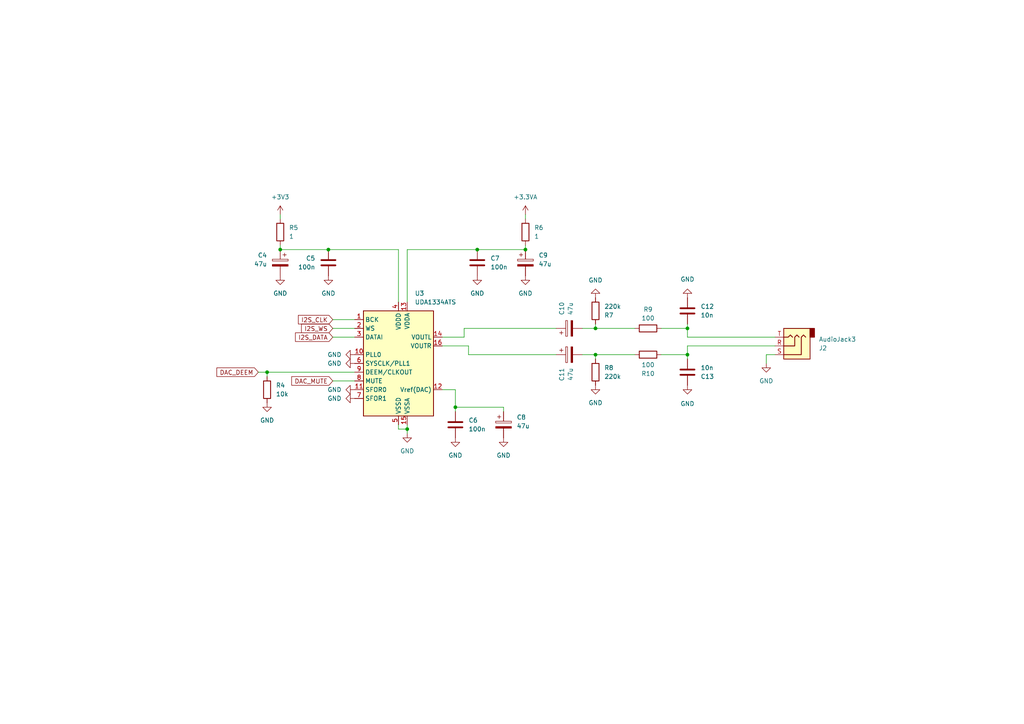
<source format=kicad_sch>
(kicad_sch (version 20230121) (generator eeschema)
  (paper "A4")
  (lib_symbols
    (symbol "Audio:UDA1334ATS"
      (property "Reference" "U" (at -10.16 16.51 0))
      (property "Value" "UDA1334ATS" (at 3.81 16.51 0))
      (symbol "UDA1334ATS_0_1"
        (rectangle (start -10.16 15.24) (end 10.16 -15.24) (stroke (width 0.254)) (fill (type background)))
      )
      (symbol "UDA1334ATS_1_1"
        (pin input line (at -12.7 12.7 0) (length 2.54) (name "BCK") (number "1"))
        (pin input line (at -12.7 2.54 0) (length 2.54) (name "PLL0") (number "10"))
        (pin input line (at -12.7 -7.62 0) (length 2.54) (name "SFOR0") (number "11"))
        (pin passive line (at 12.7 -7.62 180) (length 2.54) (name "Vref(DAC)") (number "12"))
        (pin power_in line (at 2.54 17.78 270) (length 2.54) (name "VDDA") (number "13"))
        (pin output line (at 12.7 7.62 180) (length 2.54) (name "VOUTL") (number "14"))
        (pin power_in line (at 2.54 -17.78 90) (length 2.54) (name "VSSA") (number "15"))
        (pin output line (at 12.7 5.08 180) (length 2.54) (name "VOUTR") (number "16"))
        (pin input line (at -12.7 10.16 0) (length 2.54) (name "WS") (number "2"))
        (pin input line (at -12.7 7.62 0) (length 2.54) (name "DATAI") (number "3"))
        (pin power_in line (at 0 17.78 270) (length 2.54) (name "VDDD") (number "4"))
        (pin power_in line (at 0 -17.78 90) (length 2.54) (name "VSSD") (number "5"))
        (pin input line (at -12.7 0 0) (length 2.54) (name "SYSCLK/PLL1") (number "6"))
        (pin input line (at -12.7 -10.16 0) (length 2.54) (name "SFOR1") (number "7"))
        (pin input line (at -12.7 -5.08 0) (length 2.54) (name "MUTE") (number "8"))
        (pin bidirectional line (at -12.7 -2.54 0) (length 2.54) (name "DEEM/CLKOUT") (number "9"))
      )
    )
    (symbol "Connector_Audio:AudioJack3"
      (property "Reference" "J" (at 0 8.89 0))
      (property "Value" "AudioJack3" (at 0 6.35 0))
      (symbol "AudioJack3_0_1"
        (rectangle (start -5.08 -5.08) (end -6.35 -2.54) (stroke (width 0.254)) (fill (type outline)))
        (polyline (pts (xy 0 -2.54) (xy 0.635 -3.175) (xy 1.27 -2.54) (xy 2.54 -2.54)) (stroke (width 0.254)))
        (polyline (pts (xy -1.905 -2.54) (xy -1.27 -3.175) (xy -0.635 -2.54) (xy -0.635 0) (xy 2.54 0)) (stroke (width 0.254)))
        (polyline (pts (xy 2.54 2.54) (xy -2.54 2.54) (xy -2.54 -2.54) (xy -3.175 -3.175) (xy -3.81 -2.54)) (stroke (width 0.254)))
        (rectangle (start 2.54 3.81) (end -5.08 -5.08) (stroke (width 0.254)) (fill (type background)))
      )
      (symbol "AudioJack3_1_1"
        (pin passive line (at 5.08 0 180) (length 2.54) (name "~") (number "R"))
        (pin passive line (at 5.08 2.54 180) (length 2.54) (name "~") (number "S"))
        (pin passive line (at 5.08 -2.54 180) (length 2.54) (name "~") (number "T"))
      )
    )
    (symbol "Device:C" (pin_numbers hide) (pin_names (offset 0.254))
      (property "Reference" "C" (at 0.635 2.54 0))
      (property "Value" "C" (at 0.635 -2.54 0))
      (symbol "C_0_1"
        (polyline (pts (xy -2.032 -0.762) (xy 2.032 -0.762)) (stroke (width 0.508)))
        (polyline (pts (xy -2.032 0.762) (xy 2.032 0.762)) (stroke (width 0.508)))
      )
      (symbol "C_1_1"
        (pin passive line (at 0 3.81 270) (length 2.794) (name "~") (number "1"))
        (pin passive line (at 0 -3.81 90) (length 2.794) (name "~") (number "2"))
      )
    )
    (symbol "Device:C_Polarized" (pin_numbers hide) (pin_names (offset 0.254))
      (property "Reference" "C" (at 0.635 2.54 0))
      (property "Value" "C_Polarized" (at 0.635 -2.54 0))
      (symbol "C_Polarized_0_1"
        (rectangle (start -2.286 0.508) (end 2.286 1.016))
        (polyline (pts (xy -1.778 2.286) (xy -0.762 2.286)))
        (polyline (pts (xy -1.27 2.794) (xy -1.27 1.778)))
        (rectangle (start 2.286 -0.508) (end -2.286 -1.016) (fill (type outline)))
      )
      (symbol "C_Polarized_1_1"
        (pin passive line (at 0 3.81 270) (length 2.794) (name "~") (number "1"))
        (pin passive line (at 0 -3.81 90) (length 2.794) (name "~") (number "2"))
      )
    )
    (symbol "Device:R" (pin_numbers hide) (pin_names (offset 0))
      (property "Reference" "R" (at 2.032 0 90))
      (property "Value" "R" (at 0 0 90))
      (symbol "R_0_1"
        (rectangle (start -1.016 -2.54) (end 1.016 2.54) (stroke (width 0.254)))
      )
      (symbol "R_1_1"
        (pin passive line (at 0 3.81 270) (length 1.27) (name "~") (number "1"))
        (pin passive line (at 0 -3.81 90) (length 1.27) (name "~") (number "2"))
      )
    )
    (symbol "power:+3.3VA" (power) (pin_names (offset 0))
      (property "Value" "+3.3VA" (at 0 3.556 0))
      (symbol "+3.3VA_0_1"
        (polyline (pts (xy -0.762 1.27) (xy 0 2.54)))
        (polyline (pts (xy 0 0) (xy 0 2.54)))
        (polyline (pts (xy 0 2.54) (xy 0.762 1.27)))
      )
      (symbol "+3.3VA_1_1"
        (pin power_in line (at 0 0 90) (length 0) hide (name "+3.3VA") (number "1"))
      )
    )
    (symbol "power:+3V3" (power) (pin_names (offset 0))
      (property "Value" "+3V3" (at 0 3.556 0))
      (symbol "+3V3_0_1"
        (polyline (pts (xy -0.762 1.27) (xy 0 2.54)))
        (polyline (pts (xy 0 0) (xy 0 2.54)))
        (polyline (pts (xy 0 2.54) (xy 0.762 1.27)))
      )
      (symbol "+3V3_1_1"
        (pin power_in line (at 0 0 90) (length 0) hide (name "+3V3") (number "1"))
      )
    )
    (symbol "power:GND" (power) (pin_names (offset 0))
      (property "Value" "GND" (at 0 -3.81 0))
      (symbol "GND_0_1"
        (polyline (pts (xy 0 0) (xy 0 -1.27) (xy 1.27 -1.27) (xy 0 -2.54) (xy -1.27 -1.27) (xy 0 -1.27)))
      )
      (symbol "GND_1_1"
        (pin power_in line (at 0 0 270) (length 0) hide (name "GND") (number "1"))
      )
    )
  )
  (junction (at 199.39 102.87))
  (junction (at 199.39 95.25))
  (junction (at 95.25 72.39))
  (junction (at 81.28 72.39))
  (junction (at 77.47 107.95))
  (junction (at 118.11 124.46))
  (junction (at 152.4 72.39))
  (junction (at 172.72 95.25))
  (junction (at 138.43 72.39))
  (junction (at 132.08 118.11))
  (junction (at 172.72 102.87))
  (wire (pts (xy 199.39 104.14) (xy 199.39 102.87)))
  (wire (pts (xy 96.52 92.71) (xy 102.87 92.71)))
  (wire (pts (xy 115.57 123.19) (xy 115.57 124.46)))
  (wire (pts (xy 96.52 110.49) (xy 102.87 110.49)))
  (wire (pts (xy 115.57 72.39) (xy 95.25 72.39)))
  (wire (pts (xy 118.11 124.46) (xy 118.11 125.73)))
  (wire (pts (xy 128.27 113.03) (xy 132.08 113.03)))
  (wire (pts (xy 128.27 100.33) (xy 135.89 100.33)))
  (wire (pts (xy 118.11 72.39) (xy 138.43 72.39)))
  (wire (pts (xy 118.11 72.39) (xy 118.11 87.63)))
  (wire (pts (xy 135.89 100.33) (xy 135.89 102.87)))
  (wire (pts (xy 222.25 102.87) (xy 222.25 105.41)))
  (wire (pts (xy 134.62 95.25) (xy 161.29 95.25)))
  (wire (pts (xy 96.52 97.79) (xy 102.87 97.79)))
  (wire (pts (xy 138.43 72.39) (xy 152.4 72.39)))
  (wire (pts (xy 115.57 72.39) (xy 115.57 87.63)))
  (wire (pts (xy 115.57 124.46) (xy 118.11 124.46)))
  (wire (pts (xy 222.25 102.87) (xy 224.79 102.87)))
  (wire (pts (xy 199.39 95.25) (xy 199.39 97.79)))
  (wire (pts (xy 191.77 102.87) (xy 199.39 102.87)))
  (wire (pts (xy 95.25 72.39) (xy 81.28 72.39)))
  (wire (pts (xy 134.62 97.79) (xy 134.62 95.25)))
  (wire (pts (xy 132.08 113.03) (xy 132.08 118.11)))
  (wire (pts (xy 135.89 102.87) (xy 161.29 102.87)))
  (wire (pts (xy 172.72 104.14) (xy 172.72 102.87)))
  (wire (pts (xy 199.39 97.79) (xy 224.79 97.79)))
  (wire (pts (xy 199.39 100.33) (xy 199.39 102.87)))
  (wire (pts (xy 77.47 107.95) (xy 102.87 107.95)))
  (wire (pts (xy 132.08 118.11) (xy 132.08 119.38)))
  (wire (pts (xy 172.72 95.25) (xy 184.15 95.25)))
  (wire (pts (xy 168.91 102.87) (xy 172.72 102.87)))
  (wire (pts (xy 152.4 71.12) (xy 152.4 72.39)))
  (wire (pts (xy 132.08 118.11) (xy 146.05 118.11)))
  (wire (pts (xy 96.52 95.25) (xy 102.87 95.25)))
  (wire (pts (xy 224.79 100.33) (xy 199.39 100.33)))
  (wire (pts (xy 74.93 107.95) (xy 77.47 107.95)))
  (wire (pts (xy 152.4 62.23) (xy 152.4 63.5)))
  (wire (pts (xy 77.47 107.95) (xy 77.47 109.22)))
  (wire (pts (xy 172.72 93.98) (xy 172.72 95.25)))
  (wire (pts (xy 191.77 95.25) (xy 199.39 95.25)))
  (wire (pts (xy 199.39 95.25) (xy 199.39 93.98)))
  (wire (pts (xy 168.91 95.25) (xy 172.72 95.25)))
  (wire (pts (xy 81.28 71.12) (xy 81.28 72.39)))
  (wire (pts (xy 118.11 124.46) (xy 118.11 123.19)))
  (wire (pts (xy 128.27 97.79) (xy 134.62 97.79)))
  (wire (pts (xy 81.28 62.23) (xy 81.28 63.5)))
  (wire (pts (xy 146.05 119.38) (xy 146.05 118.11)))
  (wire (pts (xy 172.72 102.87) (xy 184.15 102.87)))
  (global_label "DAC_DEEM" (shape input) (at 74.93 107.95 180) (property "Intersheetrefs" "${INTERSHEET_REFS}" (effects hide)))
  (global_label "I2S_WS" (shape input) (at 96.52 95.25 180) (property "Intersheetrefs" "${INTERSHEET_REFS}" (effects hide)))
  (global_label "I2S_CLK" (shape input) (at 96.52 92.71 180) (property "Intersheetrefs" "${INTERSHEET_REFS}" (effects hide)))
  (global_label "DAC_MUTE" (shape input) (at 96.52 110.49 180) (property "Intersheetrefs" "${INTERSHEET_REFS}" (effects hide)))
  (global_label "I2S_DATA" (shape input) (at 96.52 97.79 180) (property "Intersheetrefs" "${INTERSHEET_REFS}" (effects hide)))
  (symbol (lib_id "Device:C_Polarized") (at 165.1 102.87 90) (mirror x) (unit 1)
    (property "Reference" "C11" (at 162.941 106.68 0) (effects (justify left)))
    (property "Value" "47u" (at 165.481 106.68 0) (effects (justify left)))
    (property "Footprint" "Capacitor_SMD:CP_Elec_5x5.4" (effects hide))
  )
  (symbol (lib_id "Device:R") (at 77.47 113.03 0) (unit 1)
    (property "Reference" "R4" (at 80.01 111.76 0) (effects (justify left)))
    (property "Value" "10k" (at 80.01 114.3 0) (effects (justify left)))
    (property "Footprint" "Resistor_SMD:R_0805_2012Metric_Pad1.20x1.40mm_HandSolder" (effects hide))
  )
  (symbol (lib_id "Device:R") (at 172.72 90.17 0) (mirror x) (unit 1)
    (property "Reference" "R7" (at 175.26 91.44 0) (effects (justify left)))
    (property "Value" "220k" (at 175.26 88.9 0) (effects (justify left)))
    (property "Footprint" "Resistor_SMD:R_0805_2012Metric_Pad1.20x1.40mm_HandSolder" (effects hide))
  )
  (symbol (lib_id "power:GND") (at 172.72 111.76 0) (unit 1)
    (property "Reference" "#PWR027" (effects hide))
    (property "Value" "GND" (at 172.72 116.84 0))
  )
  (symbol (lib_id "Device:R") (at 187.96 95.25 270) (mirror x) (unit 1)
    (property "Reference" "R9" (at 187.96 89.7546 90))
    (property "Value" "100" (at 187.96 92.2946 90))
    (property "Footprint" "Resistor_SMD:R_0805_2012Metric_Pad1.20x1.40mm_HandSolder" (effects hide))
  )
  (symbol (lib_id "Device:C") (at 132.08 123.19 0) (unit 1)
    (property "Reference" "C6" (at 135.89 121.92 0) (effects (justify left)))
    (property "Value" "100n" (at 135.89 124.46 0) (effects (justify left)))
    (property "Footprint" "Capacitor_SMD:C_0805_2012Metric_Pad1.18x1.45mm_HandSolder" (effects hide))
  )
  (symbol (lib_id "Audio:UDA1334ATS") (at 115.57 105.41 0) (unit 1)
    (property "Reference" "U3" (at 120.3041 85.09 0) (effects (justify left)))
    (property "Value" "UDA1334ATS" (at 120.3041 87.63 0) (effects (justify left)))
    (property "Footprint" "Package_SO:SSOP-16_4.4x5.2mm_P0.65mm" (effects hide))
    (property "Datasheet" "http://www.nxp.com/docs/en/data-sheet/UDA1334ATS.pdf" (effects hide))
  )
  (symbol (lib_id "power:GND") (at 118.11 125.73 0) (unit 1)
    (property "Reference" "#PWR020" (effects hide))
    (property "Value" "GND" (at 118.11 130.81 0))
  )
  (symbol (lib_id "power:GND") (at 172.72 86.36 0) (mirror x) (unit 1)
    (property "Reference" "#PWR026" (effects hide))
    (property "Value" "GND" (at 172.72 81.28 0))
  )
  (symbol (lib_id "power:GND") (at 81.28 80.01 0) (mirror y) (unit 1)
    (property "Reference" "#PWR014" (effects hide))
    (property "Value" "GND" (at 81.28 85.09 0))
  )
  (symbol (lib_id "power:GND") (at 152.4 80.01 0) (unit 1)
    (property "Reference" "#PWR025" (effects hide))
    (property "Value" "GND" (at 152.4 85.09 0))
  )
  (symbol (lib_id "power:GND") (at 102.87 102.87 270) (unit 1)
    (property "Reference" "#PWR016" (effects hide))
    (property "Value" "GND" (at 99.06 102.87 90) (effects (justify right)))
  )
  (symbol (lib_id "power:GND") (at 132.08 127 0) (unit 1)
    (property "Reference" "#PWR021" (effects hide))
    (property "Value" "GND" (at 132.08 132.08 0))
  )
  (symbol (lib_id "Device:C_Polarized") (at 146.05 123.19 0) (unit 1)
    (property "Reference" "C8" (at 149.86 121.031 0) (effects (justify left)))
    (property "Value" "47u" (at 149.86 123.571 0) (effects (justify left)))
    (property "Footprint" "Capacitor_SMD:CP_Elec_5x5.4" (effects hide))
  )
  (symbol (lib_id "Device:C_Polarized") (at 81.28 76.2 0) (mirror y) (unit 1)
    (property "Reference" "C4" (at 77.47 74.041 0) (effects (justify left)))
    (property "Value" "47u" (at 77.47 76.581 0) (effects (justify left)))
    (property "Footprint" "Capacitor_SMD:CP_Elec_5x5.4" (effects hide))
  )
  (symbol (lib_id "Device:C") (at 95.25 76.2 0) (mirror y) (unit 1)
    (property "Reference" "C5" (at 91.44 74.93 0) (effects (justify left)))
    (property "Value" "100n" (at 91.44 77.47 0) (effects (justify left)))
    (property "Footprint" "Capacitor_SMD:C_0805_2012Metric_Pad1.18x1.45mm_HandSolder" (effects hide))
  )
  (symbol (lib_id "power:GND") (at 95.25 80.01 0) (mirror y) (unit 1)
    (property "Reference" "#PWR015" (effects hide))
    (property "Value" "GND" (at 95.25 85.09 0))
  )
  (symbol (lib_id "Device:C") (at 199.39 107.95 0) (mirror x) (unit 1)
    (property "Reference" "C13" (at 203.2 109.22 0) (effects (justify left)))
    (property "Value" "10n" (at 203.2 106.68 0) (effects (justify left)))
    (property "Footprint" "Capacitor_SMD:C_0805_2012Metric_Pad1.18x1.45mm_HandSolder" (effects hide))
  )
  (symbol (lib_id "power:GND") (at 146.05 127 0) (unit 1)
    (property "Reference" "#PWR023" (effects hide))
    (property "Value" "GND" (at 146.05 132.08 0))
  )
  (symbol (lib_id "power:GND") (at 222.25 105.41 0) (unit 1)
    (property "Reference" "#PWR030" (effects hide))
    (property "Value" "GND" (at 222.25 110.49 0))
  )
  (symbol (lib_id "Device:R") (at 187.96 102.87 270) (unit 1)
    (property "Reference" "R10" (at 187.96 108.3654 90))
    (property "Value" "100" (at 187.96 105.8254 90))
    (property "Footprint" "Resistor_SMD:R_0805_2012Metric_Pad1.20x1.40mm_HandSolder" (effects hide))
  )
  (symbol (lib_id "Device:C_Polarized") (at 165.1 95.25 90) (unit 1)
    (property "Reference" "C10" (at 162.941 91.44 0) (effects (justify left)))
    (property "Value" "47u" (at 165.481 91.44 0) (effects (justify left)))
    (property "Footprint" "Capacitor_SMD:CP_Elec_5x5.4" (effects hide))
  )
  (symbol (lib_id "power:GND") (at 199.39 111.76 0) (unit 1)
    (property "Reference" "#PWR029" (effects hide))
    (property "Value" "GND" (at 199.39 117.1042 0))
  )
  (symbol (lib_id "power:GND") (at 102.87 113.03 270) (unit 1)
    (property "Reference" "#PWR018" (effects hide))
    (property "Value" "GND" (at 99.06 113.03 90) (effects (justify right)))
  )
  (symbol (lib_id "power:GND") (at 102.87 115.57 270) (unit 1)
    (property "Reference" "#PWR019" (effects hide))
    (property "Value" "GND" (at 99.06 115.57 90) (effects (justify right)))
  )
  (symbol (lib_id "Device:R") (at 172.72 107.95 0) (unit 1)
    (property "Reference" "R8" (at 175.26 106.68 0) (effects (justify left)))
    (property "Value" "220k" (at 175.26 109.22 0) (effects (justify left)))
    (property "Footprint" "Resistor_SMD:R_0805_2012Metric_Pad1.20x1.40mm_HandSolder" (effects hide))
  )
  (symbol (lib_id "Connector_Audio:AudioJack3") (at 229.87 100.33 180) (unit 1)
    (property "Reference" "J2" (at 237.49 100.965 0) (effects (justify right)))
    (property "Value" "AudioJack3" (at 237.49 98.425 0) (effects (justify right)))
    (property "Footprint" "Connector_Audio:Jack_3.5mm_Lumberg_1503_07_Horizontal" (effects hide))
  )
  (symbol (lib_id "power:+3V3") (at 81.28 62.23 0) (unit 1)
    (property "Reference" "#PWR013" (effects hide))
    (property "Value" "+3V3" (at 81.28 57.15 0))
  )
  (symbol (lib_id "power:GND") (at 138.43 80.01 0) (unit 1)
    (property "Reference" "#PWR022" (effects hide))
    (property "Value" "GND" (at 138.43 85.09 0))
  )
  (symbol (lib_id "Device:R") (at 152.4 67.31 0) (unit 1)
    (property "Reference" "R6" (at 154.94 66.04 0) (effects (justify left)))
    (property "Value" "1" (at 154.94 68.58 0) (effects (justify left)))
    (property "Footprint" "Resistor_SMD:R_0805_2012Metric_Pad1.20x1.40mm_HandSolder" (effects hide))
  )
  (symbol (lib_id "Device:C_Polarized") (at 152.4 76.2 0) (unit 1)
    (property "Reference" "C9" (at 156.21 74.041 0) (effects (justify left)))
    (property "Value" "47u" (at 156.21 76.581 0) (effects (justify left)))
    (property "Footprint" "Capacitor_SMD:CP_Elec_5x5.4" (effects hide))
  )
  (symbol (lib_id "Device:C") (at 199.39 90.17 0) (unit 1)
    (property "Reference" "C12" (at 203.2 88.9 0) (effects (justify left)))
    (property "Value" "10n" (at 203.2 91.44 0) (effects (justify left)))
    (property "Footprint" "Capacitor_SMD:C_0805_2012Metric_Pad1.18x1.45mm_HandSolder" (effects hide))
  )
  (symbol (lib_id "Device:C") (at 138.43 76.2 0) (unit 1)
    (property "Reference" "C7" (at 142.24 74.93 0) (effects (justify left)))
    (property "Value" "100n" (at 142.24 77.47 0) (effects (justify left)))
    (property "Footprint" "Capacitor_SMD:C_0805_2012Metric_Pad1.18x1.45mm_HandSolder" (effects hide))
  )
  (symbol (lib_id "power:GND") (at 77.47 116.84 0) (unit 1)
    (property "Reference" "#PWR012" (effects hide))
    (property "Value" "GND" (at 77.47 121.92 0))
  )
  (symbol (lib_id "power:GND") (at 199.39 86.36 180) (unit 1)
    (property "Reference" "#PWR028" (effects hide))
    (property "Value" "GND" (at 199.39 81.0158 0))
  )
  (symbol (lib_id "power:GND") (at 102.87 105.41 270) (unit 1)
    (property "Reference" "#PWR017" (effects hide))
    (property "Value" "GND" (at 99.06 105.41 90) (effects (justify right)))
  )
  (symbol (lib_id "power:+3.3VA") (at 152.4 62.23 0) (unit 1)
    (property "Reference" "#PWR024" (effects hide))
    (property "Value" "+3.3VA" (at 152.4 57.15 0))
  )
  (symbol (lib_id "Device:R") (at 81.28 67.31 0) (unit 1)
    (property "Reference" "R5" (at 83.82 66.04 0) (effects (justify left)))
    (property "Value" "1" (at 83.82 68.58 0) (effects (justify left)))
    (property "Footprint" "Resistor_SMD:R_0805_2012Metric_Pad1.20x1.40mm_HandSolder" (effects hide))
  )
)
</source>
